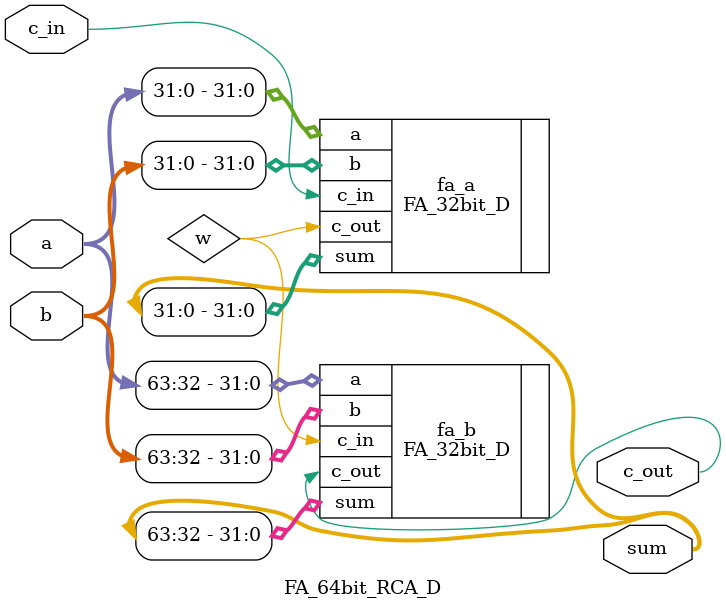
<source format=v>
`timescale 1ns / 1ps


module FA_64bit_RCA_D(
    input [63:0] a,
    input [63:0] b,
    input c_in,
    output [63:0] sum,
    output c_out
    );
    wire w;
    //  computes the first 32-bits of the sum
    FA_32bit_D fa_a(
        .a(a[31:0]),
        .b(b[31:0]),
        .c_in(c_in),
        .sum(sum[31:0]),
        .c_out(w)
    );
    //  computes the second 32-bits of the sum
    FA_32bit_D fa_b(
        .a(a[63:32]),
        .b(b[63:32]),
        .c_in(w),
        .sum(sum[63:32]),
        .c_out(c_out)
    );
endmodule


</source>
